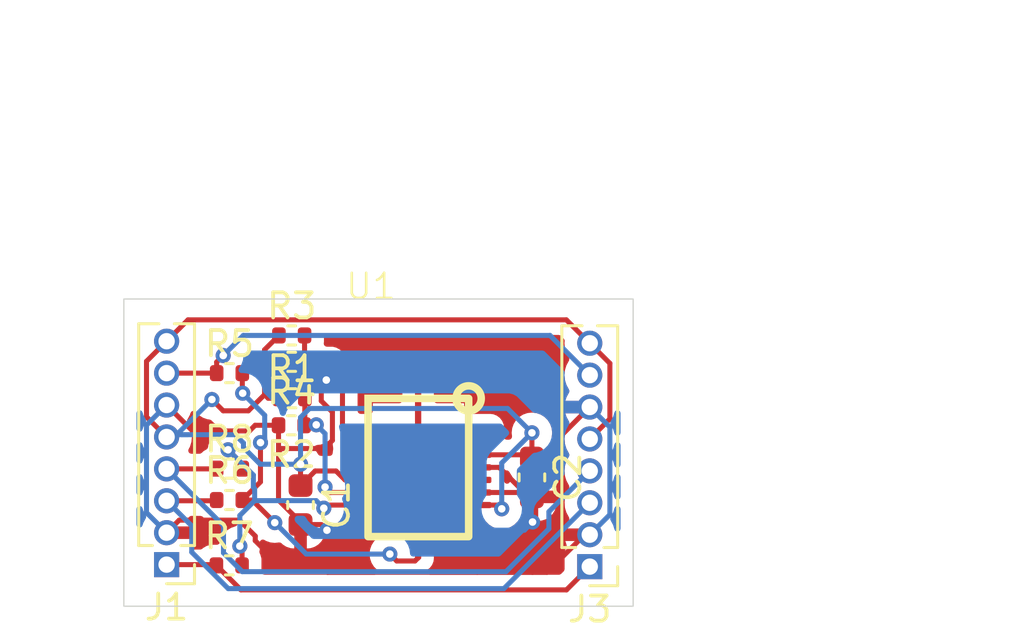
<source format=kicad_pcb>
(kicad_pcb (version 20240108) (generator "pcbnew") (generator_version "8.0")
  (layers (0 "F.Cu" signal) (31 "B.Cu" signal) (34 "B.Paste" user) (35 "F.Paste" user) (36 "B.SilkS" user "B.Silkscreen") (37 "F.SilkS" user "F.Silkscreen") (38 "B.Mask" user) (39 "F.Mask" user) (44 "Edge.Cuts" user))
  (net 0 "")
  (net 1 "VDD")
  (net 2 "GND")
  (net 3 "/sda_b")
  (net 4 "/sda")
  (net 5 "/sda_a")
  (net 6 "/scl")
  (net 7 "/addr_b")
  (net 8 "/addr_a")
  (net 9 "/scl_b")
  (net 10 "/scl_a")
  (footprint "Capacitor_SMD:C_0603_1608Metric" (layer "F.Cu") (at 123.3 85.1 -90)
    (property "Reference" "C1" (at 0 -1.43 90) (layer "F.SilkS"))
    (property "Value" "100n")
    (fp_line (start -0.14058 0.51) (end 0.14058 0.51) (stroke (width 0.12)) (layer "F.SilkS"))
    (fp_line (start -0.14058 -0.51) (end 0.14058 -0.51) (stroke (width 0.12)) (layer "F.SilkS"))
    (pad "1" smd roundrect (at -0.775 0 270) (size 0.9 0.95) (layers "F.Cu" "F.Paste" "F.Mask") (net 1 "VDD"))
    (pad "2" smd roundrect (at 0.775 0 270) (size 0.9 0.95) (layers "F.Cu" "F.Paste" "F.Mask") (net 2 "GND"))
  )
  (footprint "Resistor_SMD:R_0402_1005Metric" (layer "F.Cu") (at 122.96 80.85)
    (property "Reference" "R1" (at 0 -1.17 0) (layer "F.SilkS"))
    (property "Value" "0")
    (fp_line (start -0.153641 -0.38) (end 0.153641 -0.38) (stroke (width 0.12)) (layer "F.SilkS"))
    (fp_line (start -0.153641 0.38) (end 0.153641 0.38) (stroke (width 0.12)) (layer "F.SilkS"))
    (pad "1" smd roundrect (at -0.51 0) (size 0.54 0.64) (layers "F.Cu" "F.Paste" "F.Mask") (net 1 "VDD"))
    (pad "2" smd roundrect (at 0.51 0) (size 0.54 0.64) (layers "F.Cu" "F.Paste" "F.Mask") (net 7 "/addr_b"))
  )
  (footprint "Resistor_SMD:R_0402_1005Metric" (layer "F.Cu") (at 120.475 83.65)
    (property "Reference" "R8" (at 0 -1.17 0) (layer "F.SilkS"))
    (property "Value" "0")
    (fp_line (start -0.153641 -0.38) (end 0.153641 -0.38) (stroke (width 0.12)) (layer "F.SilkS"))
    (fp_line (start -0.153641 0.38) (end 0.153641 0.38) (stroke (width 0.12)) (layer "F.SilkS"))
    (pad "1" smd roundrect (at -0.51 0) (size 0.54 0.64) (layers "F.Cu" "F.Paste" "F.Mask") (net 3 "/sda_b"))
    (pad "2" smd roundrect (at 0.51 0) (size 0.54 0.64) (layers "F.Cu" "F.Paste" "F.Mask") (net 4 "/sda"))
  )
  (footprint "Resistor_SMD:R_0402_1005Metric" (layer "F.Cu") (at 122.95 79.4 180)
    (property "Reference" "R4" (at 0 -1.17 180) (layer "F.SilkS"))
    (property "Value" "0")
    (fp_line (start -0.153641 0.38) (end 0.153641 0.38) (stroke (width 0.12)) (layer "F.SilkS"))
    (fp_line (start -0.153641 -0.38) (end 0.153641 -0.38) (stroke (width 0.12)) (layer "F.SilkS"))
    (pad "1" smd roundrect (at -0.51 0 180) (size 0.54 0.64) (layers "F.Cu" "F.Paste" "F.Mask") (net 8 "/addr_a"))
    (pad "2" smd roundrect (at 0.51 0 180) (size 0.54 0.64) (layers "F.Cu" "F.Paste" "F.Mask") (net 2 "GND"))
  )
  (footprint "Connector_PinHeader_1.27mm:PinHeader_1x08_P1.27mm_Vertical" (layer "F.Cu") (at 134.8 87.55 180)
    (property "Reference" "J3" (at 0 -1.695 0) (layer "F.SilkS"))
    (property "Value" "Conn_01x08_Pin")
    (fp_line (start 1.11 0.76) (end 1.11 9.585) (stroke (width 0.12)) (layer "F.SilkS"))
    (fp_line (start 0.563471 0.76) (end 1.11 0.76) (stroke (width 0.12)) (layer "F.SilkS"))
    (fp_line (start 0.30753 9.585) (end 1.11 9.585) (stroke (width 0.12)) (layer "F.SilkS"))
    (fp_line (start -1.11 9.585) (end -0.30753 9.585) (stroke (width 0.12)) (layer "F.SilkS"))
    (fp_line (start -1.11 0.76) (end -0.563471 0.76) (stroke (width 0.12)) (layer "F.SilkS"))
    (fp_line (start -1.11 0.76) (end -1.11 9.585) (stroke (width 0.12)) (layer "F.SilkS"))
    (fp_line (start -1.11 0) (end -1.11 -0.76) (stroke (width 0.12)) (layer "F.SilkS"))
    (fp_line (start -1.11 -0.76) (end 0 -0.76) (stroke (width 0.12)) (layer "F.SilkS"))
    (pad "1" thru_hole rect (at 0 0 180) (size 1 1) (drill 0.65) (layers "*.Cu" "*.Mask") (net 5 "/sda_a"))
    (pad "2" thru_hole oval (at 0 1.27 180) (size 1 1) (drill 0.65) (layers "*.Cu" "*.Mask") (net 2 "GND"))
    (pad "3" thru_hole oval (at 0 2.54 180) (size 1 1) (drill 0.65) (layers "*.Cu" "*.Mask") (net 10 "/scl_a"))
    (pad "4" thru_hole oval (at 0 3.81 180) (size 1 1) (drill 0.65) (layers "*.Cu" "*.Mask") (net 3 "/sda_b"))
    (pad "5" thru_hole oval (at 0 5.08 180) (size 1 1) (drill 0.65) (layers "*.Cu" "*.Mask") (net 1 "VDD"))
    (pad "6" thru_hole oval (at 0 6.35 180) (size 1 1) (drill 0.65) (layers "*.Cu" "*.Mask") (net 2 "GND"))
    (pad "7" thru_hole oval (at 0 7.62 180) (size 1 1) (drill 0.65) (layers "*.Cu" "*.Mask") (net 9 "/scl_b"))
    (pad "8" thru_hole oval (at 0 8.89 180) (size 1 1) (drill 0.65) (layers "*.Cu" "*.Mask") (net 1 "VDD"))
  )
  (footprint "Resistor_SMD:R_0402_1005Metric" (layer "F.Cu") (at 120.475 84.9)
    (property "Reference" "R6" (at 0 -1.17 0) (layer "F.SilkS"))
    (property "Value" "0")
    (fp_line (start -0.153641 -0.38) (end 0.153641 -0.38) (stroke (width 0.12)) (layer "F.SilkS"))
    (fp_line (start -0.153641 0.38) (end 0.153641 0.38) (stroke (width 0.12)) (layer "F.SilkS"))
    (pad "1" smd roundrect (at -0.51 0) (size 0.54 0.64) (layers "F.Cu" "F.Paste" "F.Mask") (net 10 "/scl_a"))
    (pad "2" smd roundrect (at 0.51 0) (size 0.54 0.64) (layers "F.Cu" "F.Paste" "F.Mask") (net 6 "/scl"))
  )
  (footprint "bmi085:BMI085" (layer "F.Cu") (at 127.985 83.605)
    (property "Reference" "U1" (at -1.885 -7.205 0) (layer "F.SilkS") (effects (font (thickness 0.1))))
    (property "Value" "~")
    (fp_rect (start -2 -2.75) (end 2 2.75) (stroke (width 0.3)) (fill none) (layer "F.SilkS"))
    (fp_circle (center 2 -2.75) (end 2.5 -2.75) (stroke (width 0.3)) (fill none) (layer "F.SilkS"))
    (pad "1" smd roundrect (at 1.915 -1.505 180) (size 1.975 0.25) (layers "F.Cu" "F.Paste" "F.Mask"))
    (pad "2" smd roundrect (at 1.915 -1.005 180) (size 1.975 0.25) (layers "F.Cu" "F.Paste" "F.Mask"))
    (pad "3" smd roundrect (at 1.915 -0.505 180) (size 1.975 0.25) (layers "F.Cu" "F.Paste" "F.Mask") (net 1 "VDD"))
    (pad "4" smd roundrect (at 1.915 -0.005 180) (size 1.975 0.25) (layers "F.Cu" "F.Paste" "F.Mask") (net 2 "GND"))
    (pad "5" smd roundrect (at 1.915 0.495 180) (size 1.975 0.25) (layers "F.Cu" "F.Paste" "F.Mask"))
    (pad "6" smd roundrect (at 1.915 0.995 180) (size 1.975 0.25) (layers "F.Cu" "F.Paste" "F.Mask") (net 2 "GND"))
    (pad "7" smd roundrect (at 1.915 1.495 180) (size 1.975 0.25) (layers "F.Cu" "F.Paste" "F.Mask") (net 1 "VDD"))
    (pad "8" smd roundrect (at -0.01 2.67 90) (size 1.975 0.25) (layers "F.Cu" "F.Paste" "F.Mask") (net 6 "/scl"))
    (pad "9" smd roundrect (at -1.915 1.495) (size 1.975 0.25) (layers "F.Cu" "F.Paste" "F.Mask") (net 4 "/sda"))
    (pad "10" smd roundrect (at -1.915 0.995) (size 1.975 0.25) (layers "F.Cu" "F.Paste" "F.Mask") (net 7 "/addr_b"))
    (pad "11" smd roundrect (at -1.915 0.495) (size 1.975 0.25) (layers "F.Cu" "F.Paste" "F.Mask") (net 1 "VDD"))
    (pad "12" smd roundrect (at -1.915 -0.005) (size 1.975 0.25) (layers "F.Cu" "F.Paste" "F.Mask"))
    (pad "13" smd roundrect (at -1.915 -0.505) (size 1.975 0.25) (layers "F.Cu" "F.Paste" "F.Mask"))
    (pad "14" smd roundrect (at -1.915 -1.005) (size 1.975 0.25) (layers "F.Cu" "F.Paste" "F.Mask"))
    (pad "15" smd roundrect (at -1.915 -1.505) (size 1.975 0.25) (layers "F.Cu" "F.Paste" "F.Mask") (net 8 "/addr_a"))
    (pad "16" smd roundrect (at -0.01 -2.67 270) (size 1.975 0.25) (layers "F.Cu" "F.Paste" "F.Mask"))
  )
  (footprint "Resistor_SMD:R_0402_1005Metric" (layer "F.Cu") (at 122.95 78.35)
    (property "Reference" "R3" (at 0 -1.17 0) (layer "F.SilkS"))
    (property "Value" "0")
    (fp_line (start -0.153641 -0.38) (end 0.153641 -0.38) (stroke (width 0.12)) (layer "F.SilkS"))
    (fp_line (start -0.153641 0.38) (end 0.153641 0.38) (stroke (width 0.12)) (layer "F.SilkS"))
    (pad "1" smd roundrect (at -0.51 0) (size 0.54 0.64) (layers "F.Cu" "F.Paste" "F.Mask") (net 1 "VDD"))
    (pad "2" smd roundrect (at 0.51 0) (size 0.54 0.64) (layers "F.Cu" "F.Paste" "F.Mask") (net 8 "/addr_a"))
  )
  (footprint "Connector_PinHeader_1.27mm:PinHeader_1x08_P1.27mm_Vertical" (layer "F.Cu") (at 117.975 87.47 180)
    (property "Reference" "J1" (at 0 -1.695 0) (layer "F.SilkS"))
    (property "Value" "Conn_01x08_Pin")
    (fp_line (start 1.11 0.76) (end 1.11 9.585) (stroke (width 0.12)) (layer "F.SilkS"))
    (fp_line (start 0.563471 0.76) (end 1.11 0.76) (stroke (width 0.12)) (layer "F.SilkS"))
    (fp_line (start 0.30753 9.585) (end 1.11 9.585) (stroke (width 0.12)) (layer "F.SilkS"))
    (fp_line (start -1.11 9.585) (end -0.30753 9.585) (stroke (width 0.12)) (layer "F.SilkS"))
    (fp_line (start -1.11 0.76) (end -0.563471 0.76) (stroke (width 0.12)) (layer "F.SilkS"))
    (fp_line (start -1.11 0.76) (end -1.11 9.585) (stroke (width 0.12)) (layer "F.SilkS"))
    (fp_line (start -1.11 0) (end -1.11 -0.76) (stroke (width 0.12)) (layer "F.SilkS"))
    (fp_line (start -1.11 -0.76) (end 0 -0.76) (stroke (width 0.12)) (layer "F.SilkS"))
    (pad "1" thru_hole rect (at 0 0 180) (size 1 1) (drill 0.65) (layers "*.Cu" "*.Mask") (net 5 "/sda_a"))
    (pad "2" thru_hole oval (at 0 1.27 180) (size 1 1) (drill 0.65) (layers "*.Cu" "*.Mask") (net 2 "GND"))
    (pad "3" thru_hole oval (at 0 2.54 180) (size 1 1) (drill 0.65) (layers "*.Cu" "*.Mask") (net 10 "/scl_a"))
    (pad "4" thru_hole oval (at 0 3.81 180) (size 1 1) (drill 0.65) (layers "*.Cu" "*.Mask") (net 3 "/sda_b"))
    (pad "5" thru_hole oval (at 0 5.08 180) (size 1 1) (drill 0.65) (layers "*.Cu" "*.Mask") (net 1 "VDD"))
    (pad "6" thru_hole oval (at 0 6.35 180) (size 1 1) (drill 0.65) (layers "*.Cu" "*.Mask") (net 2 "GND"))
    (pad "7" thru_hole oval (at 0 7.62 180) (size 1 1) (drill 0.65) (layers "*.Cu" "*.Mask") (net 9 "/scl_b"))
    (pad "8" thru_hole oval (at 0 8.89 180) (size 1 1) (drill 0.65) (layers "*.Cu" "*.Mask") (net 1 "VDD"))
  )
  (footprint "Resistor_SMD:R_0402_1005Metric" (layer "F.Cu") (at 120.465 87.5)
    (property "Reference" "R7" (at 0 -1.17 0) (layer "F.SilkS"))
    (property "Value" "0")
    (fp_line (start -0.153641 -0.38) (end 0.153641 -0.38) (stroke (width 0.12)) (layer "F.SilkS"))
    (fp_line (start -0.153641 0.38) (end 0.153641 0.38) (stroke (width 0.12)) (layer "F.SilkS"))
    (pad "1" smd roundrect (at -0.51 0) (size 0.54 0.64) (layers "F.Cu" "F.Paste" "F.Mask") (net 5 "/sda_a"))
    (pad "2" smd roundrect (at 0.51 0) (size 0.54 0.64) (layers "F.Cu" "F.Paste" "F.Mask") (net 4 "/sda"))
  )
  (footprint "Capacitor_SMD:C_0603_1608Metric" (layer "F.Cu") (at 132.5 84 -90)
    (property "Reference" "C2" (at 0 -1.43 90) (layer "F.SilkS"))
    (property "Value" "100n")
    (fp_line (start -0.14058 0.51) (end 0.14058 0.51) (stroke (width 0.12)) (layer "F.SilkS"))
    (fp_line (start -0.14058 -0.51) (end 0.14058 -0.51) (stroke (width 0.12)) (layer "F.SilkS"))
    (pad "1" smd roundrect (at -0.775 0 270) (size 0.9 0.95) (layers "F.Cu" "F.Paste" "F.Mask") (net 1 "VDD"))
    (pad "2" smd roundrect (at 0.775 0 270) (size 0.9 0.95) (layers "F.Cu" "F.Paste" "F.Mask") (net 2 "GND"))
  )
  (footprint "Resistor_SMD:R_0402_1005Metric" (layer "F.Cu") (at 120.475 79.85)
    (property "Reference" "R5" (at 0 -1.17 0) (layer "F.SilkS"))
    (property "Value" "0")
    (fp_line (start -0.153641 -0.38) (end 0.153641 -0.38) (stroke (width 0.12)) (layer "F.SilkS"))
    (fp_line (start -0.153641 0.38) (end 0.153641 0.38) (stroke (width 0.12)) (layer "F.SilkS"))
    (pad "1" smd roundrect (at -0.51 0) (size 0.54 0.64) (layers "F.Cu" "F.Paste" "F.Mask") (net 9 "/scl_b"))
    (pad "2" smd roundrect (at 0.51 0) (size 0.54 0.64) (layers "F.Cu" "F.Paste" "F.Mask") (net 6 "/scl"))
  )
  (footprint "Resistor_SMD:R_0402_1005Metric" (layer "F.Cu") (at 122.935 81.925 180)
    (property "Reference" "R2" (at 0 -1.17 180) (layer "F.SilkS"))
    (property "Value" "0")
    (fp_line (start -0.153641 0.38) (end 0.153641 0.38) (stroke (width 0.12)) (layer "F.SilkS"))
    (fp_line (start -0.153641 -0.38) (end 0.153641 -0.38) (stroke (width 0.12)) (layer "F.SilkS"))
    (pad "1" smd roundrect (at -0.51 0 180) (size 0.54 0.64) (layers "F.Cu" "F.Paste" "F.Mask") (net 7 "/addr_b"))
    (pad "2" smd roundrect (at 0.51 0 180) (size 0.54 0.64) (layers "F.Cu" "F.Paste" "F.Mask") (net 2 "GND"))
  )
  (gr_rect (start 116.275 76.9) (end 136.525 89.125) (stroke (width 0.05)) (fill none) (layer "Edge.Cuts"))
  (segment (start 129.9 85.1) (end 131.149456 85.1) (width 0.2) (layer "F.Cu") (net 1))
  (segment (start 122.015 80.85) (end 121.87 80.705) (width 0.2) (layer "F.Cu") (net 1))
  (segment (start 117.175 81.59) (end 117.975 82.39) (width 0.2) (layer "F.Cu") (net 1))
  (segment (start 132.375 83.1) (end 132.5 83.225) (width 0.2) (layer "F.Cu") (net 1))
  (segment (start 135.6 81.67) (end 134.8 82.47) (width 0.2) (layer "F.Cu") (net 1))
  (segment (start 118.825 77.73) (end 133.87 77.73) (width 0.2) (layer "F.Cu") (net 1))
  (segment (start 131.149456 85.1) (end 131.299456 85.25) (width 0.2) (layer "F.Cu") (net 1))
  (segment (start 125.068114 84.1) (end 124.712136 83.744022) (width 0.2) (layer "F.Cu") (net 1))
  (segment (start 117.975 78.58) (end 117.175 79.38) (width 0.2) (layer "F.Cu") (net 1))
  (segment (start 120.225 81.35) (end 119.775 80.9) (width 0.2) (layer "F.Cu") (net 1))
  (segment (start 129.9 83.1) (end 132.375 83.1) (width 0.2) (layer "F.Cu") (net 1))
  (segment (start 134.8 78.66) (end 135.6 79.46) (width 0.2) (layer "F.Cu") (net 1))
  (segment (start 121.225 81.35) (end 120.225 81.35) (width 0.2) (layer "F.Cu") (net 1))
  (segment (start 123.880978 83.744022) (end 123.3 84.325) (width 0.2) (layer "F.Cu") (net 1))
  (segment (start 135.6 79.46) (end 135.6 81.67) (width 0.2) (layer "F.Cu") (net 1))
  (segment (start 132.5 83.225) (end 132.5 82.225002) (width 0.2) (layer "F.Cu") (net 1))
  (segment (start 121.87 78.92) (end 121.87 80.705) (width 0.2) (layer "F.Cu") (net 1))
  (segment (start 122.45 80.85) (end 122.015 80.85) (width 0.2) (layer "F.Cu") (net 1))
  (segment (start 117.975 78.58) (end 118.825 77.73) (width 0.2) (layer "F.Cu") (net 1))
  (segment (start 124.712136 83.744022) (end 123.880978 83.744022) (width 0.2) (layer "F.Cu") (net 1))
  (segment (start 133.87 77.73) (end 134.8 78.66) (width 0.2) (layer "F.Cu") (net 1))
  (segment (start 126.07 84.1) (end 125.068114 84.1) (width 0.2) (layer "F.Cu") (net 1))
  (segment (start 117.175 79.38) (end 117.175 81.59) (width 0.2) (layer "F.Cu") (net 1))
  (segment (start 121.87 80.705) (end 121.225 81.35) (width 0.2) (layer "F.Cu") (net 1))
  (segment (start 122.44 78.35) (end 121.87 78.92) (width 0.2) (layer "F.Cu") (net 1))
  (segment (start 123.3 84.325) (end 123.3 83.475) (width 0.2) (layer "F.Cu") (net 1))
  (via (at 123.3 83.475) (size 0.6) (drill 0.3) (layers "F.Cu" "B.Cu") (net 1))
  (via (at 132.5 82.225002) (size 0.6) (drill 0.3) (layers "F.Cu" "B.Cu") (net 1))
  (via (at 119.775 80.9) (size 0.6) (drill 0.3) (layers "F.Cu" "B.Cu") (net 1))
  (via (at 131.299456 85.25) (size 0.6) (drill 0.3) (layers "F.Cu" "B.Cu") (net 1))
  (segment (start 120.7 82.3) (end 121.030847 82.630847) (width 0.2) (layer "B.Cu") (net 1))
  (segment (start 118.065 82.3) (end 118.575 82.3) (width 0.2) (layer "B.Cu") (net 1))
  (segment (start 131.299456 83.425546) (end 132.5 82.225002) (width 0.2) (layer "B.Cu") (net 1))
  (segment (start 123.655761 81.256957) (end 131.531955 81.256957) (width 0.2) (layer "B.Cu") (net 1))
  (segment (start 118.575 82.3) (end 120.7 82.3) (width 0.2) (layer "B.Cu") (net 1))
  (segment (start 131.531955 81.256957) (end 132.5 82.225002) (width 0.2) (layer "B.Cu") (net 1))
  (segment (start 123.3 83.475) (end 123.3 81.612718) (width 0.2) (layer "B.Cu") (net 1))
  (segment (start 123.3 81.612718) (end 123.655761 81.256957) (width 0.2) (layer "B.Cu") (net 1))
  (segment (start 117.975 82.39) (end 118.065 82.3) (width 0.2) (layer "B.Cu") (net 1))
  (segment (start 118.065 82.3) (end 118.375 82.3) (width 0.2) (layer "B.Cu") (net 1))
  (segment (start 118.575 82.3) (end 118.825 82.3) (width 0.2) (layer "B.Cu") (net 1))
  (segment (start 121.697017 83.475) (end 123.3 83.475) (width 0.2) (layer "B.Cu") (net 1))
  (segment (start 121.030847 82.630847) (end 121.030847 82.80883) (width 0.2) (layer "B.Cu") (net 1))
  (segment (start 131.299456 85.25) (end 131.299456 83.425546) (width 0.2) (layer "B.Cu") (net 1))
  (segment (start 121.030847 82.80883) (end 121.697017 83.475) (width 0.2) (layer "B.Cu") (net 1))
  (segment (start 118.375 82.3) (end 119.775 80.9) (width 0.2) (layer "B.Cu") (net 1))
  (segment (start 121.494239 81.925) (end 122.425 81.925) (width 0.2) (layer "F.Cu") (net 2))
  (segment (start 134.595 86.28) (end 133.1 87.775) (width 0.2) (layer "F.Cu") (net 2))
  (segment (start 124.125 80.475) (end 124.125 80.9575) (width 0.2) (layer "F.Cu") (net 2))
  (segment (start 124.125 80.9575) (end 124.5675 81.4) (width 0.2) (layer "F.Cu") (net 2))
  (segment (start 124.244239 82.85) (end 122.55 82.85) (width 0.2) (layer "F.Cu") (net 2))
  (segment (start 119.005 82.15) (end 121.269239 82.15) (width 0.2) (layer "F.Cu") (net 2))
  (segment (start 122.44 79.4) (end 122.44 79.719999) (width 0.2) (layer "F.Cu") (net 2))
  (segment (start 122.820001 80.1) (end 123.75 80.1) (width 0.2) (layer "F.Cu") (net 2))
  (segment (start 132.325 84.6) (end 132.5 84.775) (width 0.2) (layer "F.Cu") (net 2))
  (segment (start 123.3 85.780761) (end 123.3 85.875) (width 0.2) (layer "F.Cu") (net 2))
  (segment (start 124.3 87.7) (end 123.3 87.7) (width 0.2) (layer "F.Cu") (net 2))
  (segment (start 133.7 82.3) (end 133.7 85.05) (width 0.2) (layer "F.Cu") (net 2))
  (segment (start 123.3 87.7) (end 122.680761 87.7) (width 0.2) (layer "F.Cu") (net 2))
  (segment (start 123.75 80.1) (end 124.125 80.475) (width 0.2) (layer "F.Cu") (net 2))
  (segment (start 133.7 85.05) (end 133.7 85.975) (width 0.2) (layer "F.Cu") (net 2))
  (segment (start 117.975 81.12) (end 119.005 82.15) (width 0.2) (layer "F.Cu") (net 2))
  (segment (start 132.525 85.775) (end 132.525 87.775) (width 0.2) (layer "F.Cu") (net 2))
  (segment (start 121.5 86.334239) (end 120.865762 85.700001) (width 0.2) (layer "F.Cu") (net 2))
  (segment (start 123.175 86) (end 123.3 85.875) (width 0.2) (layer "F.Cu") (net 2))
  (segment (start 132.5 85.6) (end 132.5 85.4) (width 0.2) (layer "F.Cu") (net 2))
  (segment (start 124.3 87.7) (end 124.375 87.775) (width 0.2) (layer "F.Cu") (net 2))
  (segment (start 121.5 86.519239) (end 121.5 86.334239) (width 0.2) (layer "F.Cu") (net 2))
  (segment (start 124.125 85.875) (end 124.35 86.1) (width 0.2) (layer "F.Cu") (net 2))
  (segment (start 122.425 82.975) (end 122.425 84.905761) (width 0.2) (layer "F.Cu") (net 2))
  (segment (start 132.525 87.775) (end 130.325 87.775) (width 0.2) (layer "F.Cu") (net 2))
  (segment (start 122.44 79.719999) (end 122.820001 80.1) (width 0.2) (layer "F.Cu") (net 2))
  (segment (start 129.9 83.6) (end 131.2 83.6) (width 0.2) (layer "F.Cu") (net 2))
  (segment (start 132.5 85.4) (end 132.5 84.775) (width 0.2) (layer "F.Cu") (net 2))
  (segment (start 123.3 85.875) (end 123.3 86.525) (width 0.2) (layer "F.Cu") (net 2))
  (segment (start 121.269239 82.15) (end 121.494239 81.925) (width 0.2) (layer "F.Cu") (net 2))
  (segment (start 123.3 86.525) (end 123.3 87.7) (width 0.2) (layer "F.Cu") (net 2))
  (segment (start 133.7 85.975) (end 133.8 86.075) (width 0.2) (layer "F.Cu") (net 2))
  (segment (start 122.425 81.925) (end 122.425 82.975) (width 0.2) (layer "F.Cu") (net 2))
  (segment (start 132.375 84.775) (end 132.5 84.775) (width 0.2) (layer "F.Cu") (net 2))
  (segment (start 132.525 85.425) (end 132.5 85.4) (width 0.2) (layer "F.Cu") (net 2))
  (segment (start 124.375 87.775) (end 130.325 87.775) (width 0.2) (layer "F.Cu") (net 2))
  (segment (start 124.125 80.325) (end 124.325 80.125) (width 0.2) (layer "F.Cu") (net 2))
  (segment (start 124.5675 81.4) (end 124.5675 82.526739) (width 0.2) (layer "F.Cu") (net 2))
  (segment (start 133.1 87.775) (end 132.525 87.775) (width 0.2) (layer "F.Cu") (net 2))
  (segment (start 134.8 86.28) (end 134.595 86.28) (width 0.2) (layer "F.Cu") (net 2))
  (segment (start 129.9 84.6) (end 132.325 84.6) (width 0.2) (layer "F.Cu") (net 2))
  (segment (start 122.680761 87.7) (end 121.5 86.519239) (width 0.2) (layer "F.Cu") (net 2))
  (segment (start 120.865762 85.700001) (end 118.474999 85.700001) (width 0.2) (layer "F.Cu") (net 2))
  (segment (start 132.525 85.775) (end 132.525 85.425) (width 0.2) (layer "F.Cu") (net 2))
  (segment (start 131.2 83.6) (end 132.375 84.775) (width 0.2) (layer "F.Cu") (net 2))
  (segment (start 123.3 85.875) (end 124.125 85.875) (width 0.2) (layer "F.Cu") (net 2))
  (segment (start 124.5675 82.526739) (end 124.244239 82.85) (width 0.2) (layer "F.Cu") (net 2))
  (segment (start 134.8 86.28) (end 134.005 86.28) (width 0.2) (layer "F.Cu") (net 2))
  (segment (start 122.55 82.85) (end 122.425 82.975) (width 0.2) (layer "F.Cu") (net 2))
  (segment (start 123.3 86.525) (end 123.3 86.7) (width 0.2) (layer "F.Cu") (net 2))
  (segment (start 134.8 81.2) (end 133.7 82.3) (width 0.2) (layer "F.Cu") (net 2))
  (segment (start 118.474999 85.700001) (end 117.975 86.2) (width 0.2) (layer "F.Cu") (net 2))
  (segment (start 122.425 84.905761) (end 123.3 85.780761) (width 0.2) (layer "F.Cu") (net 2))
  (segment (start 134.005 86.28) (end 133.8 86.075) (width 0.2) (layer "F.Cu") (net 2))
  (segment (start 124.125 80.475) (end 124.125 80.325) (width 0.2) (layer "F.Cu") (net 2))
  (via (at 124.35 86.1) (size 0.6) (drill 0.3) (layers "F.Cu" "B.Cu") (net 2))
  (via (at 132.525 85.775) (size 0.6) (drill 0.3) (layers "F.Cu" "B.Cu") (net 2))
  (via (at 124.325 80.125) (size 0.6) (drill 0.3) (layers "F.Cu" "B.Cu") (net 2))
  (segment (start 134.8 81.2) (end 135.6 82) (width 0.2) (layer "B.Cu") (net 2))
  (segment (start 135.6 82) (end 135.6 85.48) (width 0.2) (layer "B.Cu") (net 2))
  (segment (start 132.2 86.1) (end 132.525 85.775) (width 0.2) (layer "B.Cu") (net 2))
  (segment (start 124.35 86.1) (end 132.2 86.1) (width 0.2) (layer "B.Cu") (net 2))
  (segment (start 117.175 85.4) (end 117.975 86.2) (width 0.2) (layer "B.Cu") (net 2))
  (segment (start 117.175 81.92) (end 117.175 85.4) (width 0.2) (layer "B.Cu") (net 2))
  (segment (start 135.6 85.48) (end 134.8 86.28) (width 0.2) (layer "B.Cu") (net 2))
  (segment (start 117.975 81.12) (end 117.175 81.92) (width 0.2) (layer "B.Cu") (net 2))
  (segment (start 117.975 83.66) (end 119.955 83.66) (width 0.2) (layer "F.Cu") (net 3))
  (segment (start 119.955 83.66) (end 119.965 83.65) (width 0.2) (layer "F.Cu") (net 3))
  (segment (start 133.175 86.044239) (end 131.469239 87.75) (width 0.2) (layer "B.Cu") (net 3))
  (segment (start 120.236222 85.921222) (end 117.975 83.66) (width 0.2) (layer "B.Cu") (net 3))
  (segment (start 134.8 83.74) (end 133.175 85.365) (width 0.2) (layer "B.Cu") (net 3))
  (segment (start 133.175 85.365) (end 133.175 86.044239) (width 0.2) (layer "B.Cu") (net 3))
  (segment (start 131.469239 87.75) (end 120.983788 87.75) (width 0.2) (layer "B.Cu") (net 3))
  (segment (start 120.983788 87.75) (end 120.236222 87.002434) (width 0.2) (layer "B.Cu") (net 3))
  (segment (start 120.236222 87.002434) (end 120.236222 85.921222) (width 0.2) (layer "B.Cu") (net 3))
  (segment (start 120.985 83.466097) (end 120.418949 82.900046) (width 0.2) (layer "F.Cu") (net 4))
  (segment (start 120.975 87.5) (end 120.975 86.821973) (width 0.2) (layer "F.Cu") (net 4))
  (segment (start 120.985 83.65) (end 120.985 83.466097) (width 0.2) (layer "F.Cu") (net 4))
  (segment (start 126.07 85.1) (end 124.35 85.1) (width 0.2) (layer "F.Cu") (net 4))
  (segment (start 120.975 86.821973) (end 120.886222 86.733195) (width 0.2) (layer "F.Cu") (net 4))
  (segment (start 124.35 85.1) (end 124.225 85.225) (width 0.2) (layer "F.Cu") (net 4))
  (via (at 120.418949 82.900046) (size 0.6) (drill 0.3) (layers "F.Cu" "B.Cu") (net 4))
  (via (at 120.886222 86.733195) (size 0.6) (drill 0.3) (layers "F.Cu" "B.Cu") (net 4))
  (via (at 124.225 85.225) (size 0.6) (drill 0.3) (layers "F.Cu" "B.Cu") (net 4))
  (segment (start 121.475 84.925) (end 120.886222 85.513778) (width 0.2) (layer "B.Cu") (net 4))
  (segment (start 123.925 84.925) (end 124.225 85.225) (width 0.2) (layer "B.Cu") (net 4))
  (segment (start 121.475 84.925) (end 123.925 84.925) (width 0.2) (layer "B.Cu") (net 4))
  (segment (start 120.886222 85.513778) (end 120.886222 86.733195) (width 0.2) (layer "B.Cu") (net 4))
  (segment (start 121.475 84.925) (end 121.475 84.44424) (width 0.2) (layer "B.Cu") (net 4))
  (segment (start 121.425 83.906097) (end 120.418949 82.900046) (width 0.2) (layer "B.Cu") (net 4))
  (segment (start 121.475 84.44424) (end 121.425 84.39424) (width 0.2) (layer "B.Cu") (net 4))
  (segment (start 121.425 84.39424) (end 121.425 83.906097) (width 0.2) (layer "B.Cu") (net 4))
  (segment (start 119.955 87.5) (end 120.93 88.475) (width 0.2) (layer "F.Cu") (net 5))
  (segment (start 119.925 87.47) (end 119.955 87.5) (width 0.2) (layer "F.Cu") (net 5))
  (segment (start 117.975 87.47) (end 119.925 87.47) (width 0.2) (layer "F.Cu") (net 5))
  (segment (start 133.875 88.475) (end 134.8 87.55) (width 0.2) (layer "F.Cu") (net 5))
  (segment (start 120.93 88.475) (end 133.875 88.475) (width 0.2) (layer "F.Cu") (net 5))
  (segment (start 127.975 87.2) (end 127.85 87.325) (width 0.2) (layer "F.Cu") (net 6))
  (segment (start 121.706685 84.178315) (end 121.706685 82.614302) (width 0.2) (layer "F.Cu") (net 6))
  (segment (start 120.985 79.85) (end 120.985 80.634998) (width 0.2) (layer "F.Cu") (net 6))
  (segment (start 121.375 84.9) (end 122.275 85.8) (width 0.2) (layer "F.Cu") (net 6))
  (segment (start 120.985 80.634998) (end 121 80.649998) (width 0.2) (layer "F.Cu") (net 6))
  (segment (start 127.95 87.225) (end 127.975 87.2) (width 0.2) (layer "F.Cu") (net 6))
  (segment (start 127.85 87.325) (end 127.125 87.325) (width 0.2) (layer "F.Cu") (net 6))
  (segment (start 120.985 84.9) (end 121.706685 84.178315) (width 0.2) (layer "F.Cu") (net 6))
  (segment (start 127.975 86.275) (end 128 86.3) (width 0.2) (layer "F.Cu") (net 6))
  (segment (start 128 86.3) (end 128 87.1) (width 0.2) (layer "F.Cu") (net 6))
  (segment (start 127.125 87.325) (end 126.85 87.05) (width 0.2) (layer "F.Cu") (net 6))
  (segment (start 127.975 86.275) (end 127.975 87.2) (width 0.2) (layer "F.Cu") (net 6))
  (segment (start 120.985 84.9) (end 121.375 84.9) (width 0.2) (layer "F.Cu") (net 6))
  (via (at 121.706685 82.614302) (size 0.6) (drill 0.3) (layers "F.Cu" "B.Cu") (net 6))
  (via (at 122.275 85.8) (size 0.6) (drill 0.3) (layers "F.Cu" "B.Cu") (net 6))
  (via (at 126.85 87.05) (size 0.6) (drill 0.3) (layers "F.Cu" "B.Cu") (net 6))
  (via (at 121 80.649998) (size 0.6) (drill 0.3) (layers "F.Cu" "B.Cu") (net 6))
  (segment (start 122.275 85.8) (end 123.525 87.05) (width 0.2) (layer "B.Cu") (net 6))
  (segment (start 121.875 82.445987) (end 121.875 81.524998) (width 0.2) (layer "B.Cu") (net 6))
  (segment (start 123.525 87.05) (end 126.85 87.05) (width 0.2) (layer "B.Cu") (net 6))
  (segment (start 121.875 81.524998) (end 121 80.649998) (width 0.2) (layer "B.Cu") (net 6))
  (segment (start 121.706685 82.614302) (end 121.875 82.445987) (width 0.2) (layer "B.Cu") (net 6))
  (segment (start 123.445 81.925) (end 123.906957 81.925) (width 0.2) (layer "F.Cu") (net 7))
  (segment (start 123.47 81.9) (end 123.445 81.925) (width 0.2) (layer "F.Cu") (net 7))
  (segment (start 124.275 84.383871) (end 124.491129 84.6) (width 0.2) (layer "F.Cu") (net 7))
  (segment (start 123.47 80.85) (end 123.47 81.9) (width 0.2) (layer "F.Cu") (net 7))
  (segment (start 124.491129 84.6) (end 126.07 84.6) (width 0.2) (layer "F.Cu") (net 7))
  (segment (start 123.906957 81.925) (end 123.925 81.906957) (width 0.2) (layer "F.Cu") (net 7))
  (via (at 124.275 84.383871) (size 0.6) (drill 0.3) (layers "F.Cu" "B.Cu") (net 7))
  (via (at 123.925 81.906957) (size 0.6) (drill 0.3) (layers "F.Cu" "B.Cu") (net 7))
  (segment (start 124.275 84.383871) (end 124.275 82.256957) (width 0.2) (layer "B.Cu") (net 7))
  (segment (start 124.275 82.256957) (end 123.925 81.906957) (width 0.2) (layer "B.Cu") (net 7))
  (segment (start 123.46 79.4) (end 124.5 79.4) (width 0.2) (layer "F.Cu") (net 8))
  (segment (start 124.9675 79.8675) (end 124.9675 81.8925) (width 0.2) (layer "F.Cu") (net 8))
  (segment (start 123.46 78.35) (end 123.46 79.4) (width 0.2) (layer "F.Cu") (net 8))
  (segment (start 124.5 79.4) (end 124.9675 79.8675) (width 0.2) (layer "F.Cu") (net 8))
  (segment (start 124.9675 81.8925) (end 125.125 82.05) (width 0.2) (layer "F.Cu") (net 8))
  (segment (start 119.965 79.85) (end 119.965 79.41) (width 0.2) (layer "F.Cu") (net 9))
  (segment (start 117.975 79.85) (end 119.965 79.85) (width 0.2) (layer "F.Cu") (net 9))
  (segment (start 119.965 79.41) (end 120.225 79.15) (width 0.2) (layer "F.Cu") (net 9))
  (via (at 120.225 79.15) (size 0.6) (drill 0.3) (layers "F.Cu" "B.Cu") (net 9))
  (segment (start 120.225 79.15) (end 121.025 78.35) (width 0.2) (layer "B.Cu") (net 9))
  (segment (start 121.025 78.35) (end 133.22 78.35) (width 0.2) (layer "B.Cu") (net 9))
  (segment (start 133.22 78.35) (end 134.8 79.93) (width 0.2) (layer "B.Cu") (net 9))
  (segment (start 119.935 84.93) (end 119.965 84.9) (width 0.2) (layer "F.Cu") (net 10))
  (segment (start 117.975 84.93) (end 119.935 84.93) (width 0.2) (layer "F.Cu") (net 10))
  (segment (start 118.975 86.975) (end 118.975 85.93) (width 0.2) (layer "B.Cu") (net 10))
  (segment (start 131.385 88.425) (end 120.425 88.425) (width 0.2) (layer "B.Cu") (net 10))
  (segment (start 120.425 88.425) (end 118.975 86.975) (width 0.2) (layer "B.Cu") (net 10))
  (segment (start 118.975 85.93) (end 117.975 84.93) (width 0.2) (layer "B.Cu") (net 10))
  (segment (start 134.8 85.01) (end 131.385 88.425) (width 0.2) (layer "B.Cu") (net 10))
  (zone (net 2) (net_name "GND") (layers "F&B.Cu") (connect_pads (clearance 0.5)) (min_thickness 0.25) (fill yes (thermal_gap 0.5) (thermal_bridge_width 0.5))
    (polygon (pts (xy 116.275 89.125) (xy 116.275 76.9) (xy 136.525 76.9) (xy 136.525 89.125)))
  )
  (zone (net 0) (net_name "") (layers "F.Cu" "F.Mask") (connect_pads (clearance 0)) (min_thickness 0.25)
    (keepout (tracks allowed) (vias allowed) (pads allowed) (copperpour not_allowed) (footprints allowed))
    (fill (thermal_gap 0.5) (thermal_bridge_width 0.5))
    (polygon (pts (xy 126.175 86.15) (xy 126.175 81.05) (xy 129.8 81.05) (xy 129.8 86.15)))
  )
)
</source>
